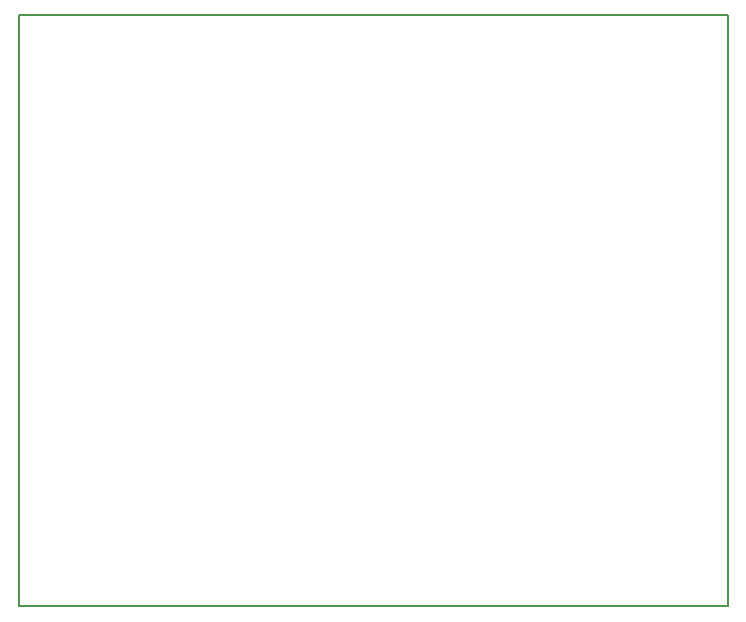
<source format=gbr>
%FSLAX46Y46*%
G04 Gerber Fmt 4.6, Leading zero omitted, Abs format (unit mm)*
G04 Created by KiCad (PCBNEW (2014-09-19 BZR 5142)-product) date Wed 08 Oct 2014 09:05:39 PM EDT*
%MOMM*%
G01*
G04 APERTURE LIST*
%ADD10C,0.100000*%
%ADD11C,0.200000*%
G04 APERTURE END LIST*
D10*
D11*
X50420000Y-87930000D02*
X50420000Y-37930000D01*
X110420000Y-87930000D02*
X50420000Y-87930000D01*
X110420000Y-37930000D02*
X110420000Y-87930000D01*
X50420000Y-37930000D02*
X110420000Y-37930000D01*
M02*

</source>
